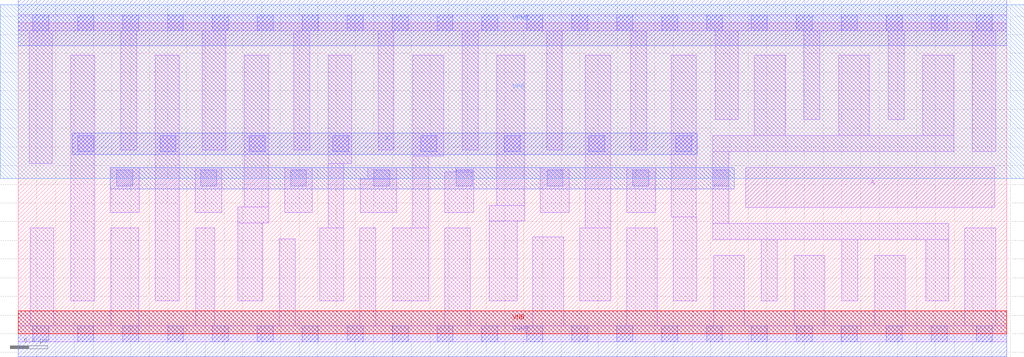
<source format=lef>
# Copyright 2020 The SkyWater PDK Authors
#
# Licensed under the Apache License, Version 2.0 (the "License");
# you may not use this file except in compliance with the License.
# You may obtain a copy of the License at
#
#     https://www.apache.org/licenses/LICENSE-2.0
#
# Unless required by applicable law or agreed to in writing, software
# distributed under the License is distributed on an "AS IS" BASIS,
# WITHOUT WARRANTIES OR CONDITIONS OF ANY KIND, either express or implied.
# See the License for the specific language governing permissions and
# limitations under the License.
#
# SPDX-License-Identifier: Apache-2.0

VERSION 5.7 ;
  NOWIREEXTENSIONATPIN ON ;
  DIVIDERCHAR "/" ;
  BUSBITCHARS "[]" ;
MACRO sky130_fd_sc_ls__buf_16
  CLASS CORE ;
  FOREIGN sky130_fd_sc_ls__buf_16 ;
  ORIGIN  0.000000  0.000000 ;
  SIZE  10.56000 BY  3.330000 ;
  SYMMETRY X Y ;
  SITE unit ;
  PIN A
    ANTENNAGATEAREA  1.674000 ;
    DIRECTION INPUT ;
    USE SIGNAL ;
    PORT
      LAYER li1 ;
        RECT 7.775000 1.350000 10.435000 1.780000 ;
    END
  END A
  PIN VNB
    PORT
      LAYER pwell ;
        RECT 0.000000 0.000000 10.560000 0.245000 ;
    END
  END VNB
  PIN VPB
    PORT
      LAYER nwell ;
        RECT -0.190000 1.660000 10.750000 3.520000 ;
    END
  END VPB
  PIN X
    ANTENNADIFFAREA  4.345600 ;
    DIRECTION OUTPUT ;
    USE SIGNAL ;
    PORT
      LAYER met1 ;
        RECT 0.575000 1.920000 7.255000 2.150000 ;
    END
  END X
  PIN VGND
    DIRECTION INOUT ;
    SHAPE ABUTMENT ;
    USE GROUND ;
    PORT
      LAYER met1 ;
        RECT 0.000000 -0.245000 10.560000 0.245000 ;
    END
  END VGND
  PIN VPWR
    DIRECTION INOUT ;
    SHAPE ABUTMENT ;
    USE POWER ;
    PORT
      LAYER met1 ;
        RECT 0.000000 3.085000 10.560000 3.575000 ;
    END
  END VPWR
  OBS
    LAYER li1 ;
      RECT  0.000000 -0.085000 10.560000 0.085000 ;
      RECT  0.000000  3.245000 10.560000 3.415000 ;
      RECT  0.115000  1.820000  0.365000 3.245000 ;
      RECT  0.130000  0.085000  0.380000 1.130000 ;
      RECT  0.560000  0.350000  0.815000 2.980000 ;
      RECT  0.985000  1.300000  1.295000 1.780000 ;
      RECT  0.990000  0.085000  1.285000 1.130000 ;
      RECT  1.095000  1.965000  1.265000 3.245000 ;
      RECT  1.465000  0.350000  1.720000 2.980000 ;
      RECT  1.890000  1.300000  2.175000 1.780000 ;
      RECT  1.895000  0.085000  2.100000 1.130000 ;
      RECT  1.965000  1.965000  2.215000 3.245000 ;
      RECT  2.345000  0.350000  2.610000 1.185000 ;
      RECT  2.345000  1.185000  2.675000 1.355000 ;
      RECT  2.415000  1.355000  2.675000 2.980000 ;
      RECT  2.790000  0.085000  2.960000 1.015000 ;
      RECT  2.845000  1.300000  3.140000 1.780000 ;
      RECT  2.945000  1.965000  3.115000 3.245000 ;
      RECT  3.220000  0.350000  3.480000 1.130000 ;
      RECT  3.310000  1.130000  3.480000 1.820000 ;
      RECT  3.310000  1.820000  3.565000 2.980000 ;
      RECT  3.650000  0.085000  3.820000 1.130000 ;
      RECT  3.655000  1.300000  4.045000 1.655000 ;
      RECT  3.735000  1.655000  4.045000 1.780000 ;
      RECT  3.845000  1.965000  4.015000 3.245000 ;
      RECT  4.000000  0.350000  4.385000 1.130000 ;
      RECT  4.215000  1.130000  4.385000 1.900000 ;
      RECT  4.215000  1.900000  4.545000 2.980000 ;
      RECT  4.555000  0.085000  4.830000 1.130000 ;
      RECT  4.555000  1.300000  4.865000 1.730000 ;
      RECT  4.675000  1.730000  4.865000 1.780000 ;
      RECT  4.745000  1.965000  4.915000 3.245000 ;
      RECT  5.035000  0.350000  5.330000 1.205000 ;
      RECT  5.035000  1.205000  5.410000 1.375000 ;
      RECT  5.115000  1.375000  5.410000 2.980000 ;
      RECT  5.500000  0.085000  5.830000 1.035000 ;
      RECT  5.580000  1.300000  5.890000 1.780000 ;
      RECT  5.645000  1.965000  5.815000 3.245000 ;
      RECT  6.000000  0.350000  6.330000 1.130000 ;
      RECT  6.060000  1.130000  6.330000 2.980000 ;
      RECT  6.500000  0.085000  6.830000 1.130000 ;
      RECT  6.500000  1.300000  6.810000 1.780000 ;
      RECT  6.545000  1.965000  6.715000 3.245000 ;
      RECT  6.980000  1.250000  7.245000 2.980000 ;
      RECT  7.000000  0.350000  7.250000 1.250000 ;
      RECT  7.420000  1.010000  9.945000 1.180000 ;
      RECT  7.420000  1.180000  7.590000 1.950000 ;
      RECT  7.420000  1.950000  9.995000 2.120000 ;
      RECT  7.430000  0.085000  7.760000 0.840000 ;
      RECT  7.445000  2.290000  7.695000 3.245000 ;
      RECT  7.865000  2.120000  8.195000 2.980000 ;
      RECT  7.940000  0.350000  8.110000 1.010000 ;
      RECT  8.290000  0.085000  8.620000 0.840000 ;
      RECT  8.395000  2.290000  8.565000 3.245000 ;
      RECT  8.765000  2.120000  9.095000 2.980000 ;
      RECT  8.800000  0.350000  8.970000 1.010000 ;
      RECT  9.150000  0.085000  9.480000 0.840000 ;
      RECT  9.295000  2.290000  9.465000 3.245000 ;
      RECT  9.665000  2.120000  9.995000 2.980000 ;
      RECT  9.695000  0.350000  9.945000 1.010000 ;
      RECT 10.115000  0.085000 10.445000 1.130000 ;
      RECT 10.195000  1.950000 10.445000 3.245000 ;
    LAYER mcon ;
      RECT  0.155000 -0.085000  0.325000 0.085000 ;
      RECT  0.155000  3.245000  0.325000 3.415000 ;
      RECT  0.635000 -0.085000  0.805000 0.085000 ;
      RECT  0.635000  1.950000  0.805000 2.120000 ;
      RECT  0.635000  3.245000  0.805000 3.415000 ;
      RECT  1.055000  1.580000  1.225000 1.750000 ;
      RECT  1.115000 -0.085000  1.285000 0.085000 ;
      RECT  1.115000  3.245000  1.285000 3.415000 ;
      RECT  1.515000  1.950000  1.685000 2.120000 ;
      RECT  1.595000 -0.085000  1.765000 0.085000 ;
      RECT  1.595000  3.245000  1.765000 3.415000 ;
      RECT  1.950000  1.580000  2.120000 1.750000 ;
      RECT  2.075000 -0.085000  2.245000 0.085000 ;
      RECT  2.075000  3.245000  2.245000 3.415000 ;
      RECT  2.470000  1.950000  2.640000 2.120000 ;
      RECT  2.555000 -0.085000  2.725000 0.085000 ;
      RECT  2.555000  3.245000  2.725000 3.415000 ;
      RECT  2.910000  1.580000  3.080000 1.750000 ;
      RECT  3.035000 -0.085000  3.205000 0.085000 ;
      RECT  3.035000  3.245000  3.205000 3.415000 ;
      RECT  3.360000  1.950000  3.530000 2.120000 ;
      RECT  3.515000 -0.085000  3.685000 0.085000 ;
      RECT  3.515000  3.245000  3.685000 3.415000 ;
      RECT  3.800000  1.580000  3.970000 1.750000 ;
      RECT  3.995000 -0.085000  4.165000 0.085000 ;
      RECT  3.995000  3.245000  4.165000 3.415000 ;
      RECT  4.300000  1.950000  4.470000 2.120000 ;
      RECT  4.475000 -0.085000  4.645000 0.085000 ;
      RECT  4.475000  3.245000  4.645000 3.415000 ;
      RECT  4.680000  1.580000  4.850000 1.750000 ;
      RECT  4.955000 -0.085000  5.125000 0.085000 ;
      RECT  4.955000  3.245000  5.125000 3.415000 ;
      RECT  5.195000  1.950000  5.365000 2.120000 ;
      RECT  5.435000 -0.085000  5.605000 0.085000 ;
      RECT  5.435000  3.245000  5.605000 3.415000 ;
      RECT  5.650000  1.580000  5.820000 1.750000 ;
      RECT  5.915000 -0.085000  6.085000 0.085000 ;
      RECT  5.915000  3.245000  6.085000 3.415000 ;
      RECT  6.095000  1.950000  6.265000 2.120000 ;
      RECT  6.395000 -0.085000  6.565000 0.085000 ;
      RECT  6.395000  3.245000  6.565000 3.415000 ;
      RECT  6.565000  1.580000  6.735000 1.750000 ;
      RECT  6.875000 -0.085000  7.045000 0.085000 ;
      RECT  6.875000  3.245000  7.045000 3.415000 ;
      RECT  7.025000  1.950000  7.195000 2.120000 ;
      RECT  7.355000 -0.085000  7.525000 0.085000 ;
      RECT  7.355000  3.245000  7.525000 3.415000 ;
      RECT  7.420000  1.580000  7.590000 1.750000 ;
      RECT  7.835000 -0.085000  8.005000 0.085000 ;
      RECT  7.835000  3.245000  8.005000 3.415000 ;
      RECT  8.315000 -0.085000  8.485000 0.085000 ;
      RECT  8.315000  3.245000  8.485000 3.415000 ;
      RECT  8.795000 -0.085000  8.965000 0.085000 ;
      RECT  8.795000  3.245000  8.965000 3.415000 ;
      RECT  9.275000 -0.085000  9.445000 0.085000 ;
      RECT  9.275000  3.245000  9.445000 3.415000 ;
      RECT  9.755000 -0.085000  9.925000 0.085000 ;
      RECT  9.755000  3.245000  9.925000 3.415000 ;
      RECT 10.235000 -0.085000 10.405000 0.085000 ;
      RECT 10.235000  3.245000 10.405000 3.415000 ;
    LAYER met1 ;
      RECT 0.985000 1.550000 7.650000 1.780000 ;
  END
END sky130_fd_sc_ls__buf_16
END LIBRARY

</source>
